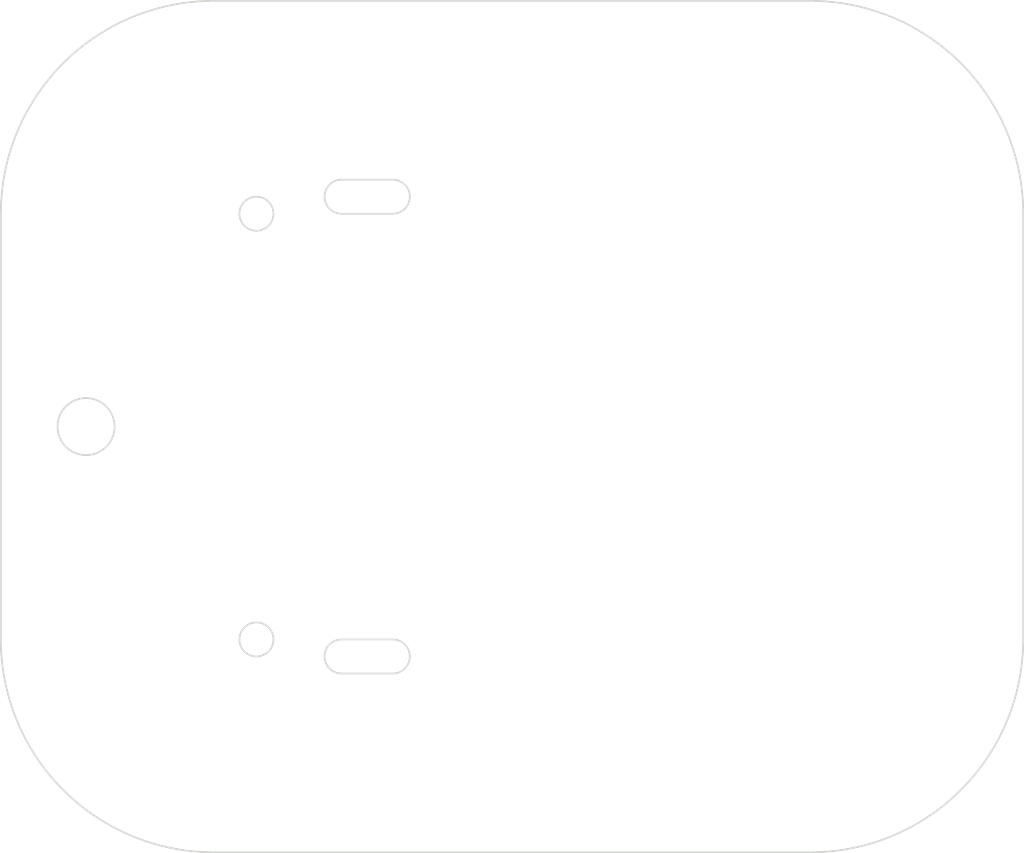
<source format=kicad_pcb>
(kicad_pcb
	(version 20241229)
	(generator "pcbnew")
	(generator_version "9.0")
	(general
		(thickness 1.6)
		(legacy_teardrops no)
	)
	(paper "A4")
	(layers
		(0 "F.Cu" signal)
		(2 "B.Cu" signal)
		(9 "F.Adhes" user "F.Adhesive")
		(11 "B.Adhes" user "B.Adhesive")
		(13 "F.Paste" user)
		(15 "B.Paste" user)
		(5 "F.SilkS" user "F.Silkscreen")
		(7 "B.SilkS" user "B.Silkscreen")
		(1 "F.Mask" user)
		(3 "B.Mask" user)
		(17 "Dwgs.User" user "User.Drawings")
		(19 "Cmts.User" user "User.Comments")
		(21 "Eco1.User" user "User.Eco1")
		(23 "Eco2.User" user "User.Eco2")
		(25 "Edge.Cuts" user)
		(27 "Margin" user)
		(31 "F.CrtYd" user "F.Courtyard")
		(29 "B.CrtYd" user "B.Courtyard")
		(35 "F.Fab" user)
		(33 "B.Fab" user)
		(39 "User.1" user)
		(41 "User.2" user)
		(43 "User.3" user)
		(45 "User.4" user)
	)
	(setup
		(pad_to_mask_clearance 0)
		(allow_soldermask_bridges_in_footprints no)
		(tenting front back)
		(pcbplotparams
			(layerselection 0x00000000_00000000_55555555_5755f5ff)
			(plot_on_all_layers_selection 0x00000000_00000000_00000000_00000000)
			(disableapertmacros no)
			(usegerberextensions no)
			(usegerberattributes yes)
			(usegerberadvancedattributes yes)
			(creategerberjobfile yes)
			(dashed_line_dash_ratio 12.000000)
			(dashed_line_gap_ratio 3.000000)
			(svgprecision 4)
			(plotframeref no)
			(mode 1)
			(useauxorigin no)
			(hpglpennumber 1)
			(hpglpenspeed 20)
			(hpglpendiameter 15.000000)
			(pdf_front_fp_property_popups yes)
			(pdf_back_fp_property_popups yes)
			(pdf_metadata yes)
			(pdf_single_document no)
			(dxfpolygonmode yes)
			(dxfimperialunits yes)
			(dxfusepcbnewfont yes)
			(psnegative no)
			(psa4output no)
			(plot_black_and_white yes)
			(sketchpadsonfab no)
			(plotpadnumbers no)
			(hidednponfab no)
			(sketchdnponfab yes)
			(crossoutdnponfab yes)
			(subtractmaskfromsilk no)
			(outputformat 1)
			(mirror no)
			(drillshape 1)
			(scaleselection 1)
			(outputdirectory "")
		)
	)
	(net 0 "")
	(gr_arc
		(start 88.39 59.449998)
		(mid 95.71233 41.77233)
		(end 113.389998 34.45)
		(stroke
			(width 0.2)
			(type default)
		)
		(layer "Edge.Cuts")
		(uuid "0762a903-9a46-4aab-ad58-1a1624d8fe5c")
	)
	(gr_arc
		(start 113.389998 134.45)
		(mid 95.71233 127.12767)
		(end 88.39 109.450001)
		(stroke
			(width 0.2)
			(type default)
		)
		(layer "Edge.Cuts")
		(uuid "0865b9d8-7853-4db4-bbf9-903df19a11cf")
	)
	(gr_arc
		(start 134.39 55.45)
		(mid 135.804213 56.035786)
		(end 136.389999 57.45)
		(stroke
			(width 0.2)
			(type default)
		)
		(layer "Edge.Cuts")
		(uuid "1afe6262-6adc-4683-9cde-e17524cde9a8")
	)
	(gr_circle
		(center 118.389999 109.450001)
		(end 120.389999 109.450001)
		(stroke
			(width 0.2)
			(type default)
		)
		(fill no)
		(layer "Edge.Cuts")
		(uuid "278541b6-cd70-4755-b5c5-c7c9306f2885")
	)
	(gr_circle
		(center 136.389999 109.45)
		(end 136.399999 109.45)
		(stroke
			(width 0.0001)
			(type default)
		)
		(fill yes)
		(layer "Edge.Cuts")
		(uuid "2f27b2b5-6499-47da-956f-480d2e837142")
	)
	(gr_circle
		(center 88.39 34.45)
		(end 88.4 34.45)
		(stroke
			(width 0.0001)
			(type default)
		)
		(fill yes)
		(layer "Edge.Cuts")
		(uuid "325388d5-b4df-44e7-9aba-97a901a8f324")
	)
	(gr_circle
		(center 136.389999 59.45)
		(end 136.399999 59.45)
		(stroke
			(width 0.0001)
			(type default)
		)
		(fill yes)
		(layer "Edge.Cuts")
		(uuid "3bf90c54-28bf-422c-82b2-20032cf86cc0")
	)
	(gr_arc
		(start 126.389999 57.45)
		(mid 126.975786 56.035787)
		(end 128.390001 55.45)
		(stroke
			(width 0.2)
			(type default)
		)
		(layer "Edge.Cuts")
		(uuid "4fe7b0e4-a06d-46cb-91fc-13f5b3e0c446")
	)
	(gr_arc
		(start 128.389997 59.45)
		(mid 126.975785 58.864214)
		(end 126.389999 57.45)
		(stroke
			(width 0.2)
			(type default)
		)
		(layer "Edge.Cuts")
		(uuid "533eb24f-6cbf-4204-9fad-881c830cf541")
	)
	(gr_circle
		(center 118.389999 59.45)
		(end 120.389999 59.45)
		(stroke
			(width 0.2)
			(type default)
		)
		(fill no)
		(layer "Edge.Cuts")
		(uuid "6f1a9c5a-a842-4f02-966b-314151070ce0")
	)
	(gr_circle
		(center 126.389999 59.45)
		(end 126.399999 59.45)
		(stroke
			(width 0.0001)
			(type default)
		)
		(fill yes)
		(layer "Edge.Cuts")
		(uuid "724ac12e-0da3-4d30-8b0b-7076a9843e18")
	)
	(gr_line
		(start 183.390002 34.45)
		(end 113.389998 34.45)
		(stroke
			(width 0.2)
			(type default)
		)
		(layer "Edge.Cuts")
		(uuid "729adf4d-3cca-4d22-bd5d-9ed39631200a")
	)
	(gr_arc
		(start 136.389999 57.45)
		(mid 135.804213 58.864214)
		(end 134.39 59.45)
		(stroke
			(width 0.2)
			(type default)
		)
		(layer "Edge.Cuts")
		(uuid "868fee29-108b-4e5a-b655-6c0213f1dc70")
	)
	(gr_circle
		(center 98.389999 84.450001)
		(end 101.739999 84.450001)
		(stroke
			(width 0.2)
			(type default)
		)
		(fill no)
		(layer "Edge.Cuts")
		(uuid "876e1dcc-a714-49c0-816f-7db2cee96897")
	)
	(gr_line
		(start 88.39 59.449998)
		(end 88.39 109.450001)
		(stroke
			(width 0.2)
			(type default)
		)
		(layer "Edge.Cuts")
		(uuid "8d7dd87f-ec01-40b2-8c6d-6ae38e708875")
	)
	(gr_line
		(start 128.389997 59.45)
		(end 134.39 59.45)
		(stroke
			(width 0.2)
			(type default)
		)
		(layer "Edge.Cuts")
		(uuid "9bd00252-947b-4521-8191-049352c8e2d9")
	)
	(gr_circle
		(center 136.389999 113.45)
		(end 136.399999 113.45)
		(stroke
			(width 0.0001)
			(type default)
		)
		(fill yes)
		(layer "Edge.Cuts")
		(uuid "a4d9c5dc-a6fd-4033-b496-d822aa83c696")
	)
	(gr_arc
		(start 134.39 109.45)
		(mid 135.804213 110.035786)
		(end 136.389999 111.45)
		(stroke
			(width 0.2)
			(type default)
		)
		(layer "Edge.Cuts")
		(uuid "a7b997b2-a422-44ee-ba86-a2db5aded18e")
	)
	(gr_circle
		(center 126.389999 113.45)
		(end 126.399999 113.45)
		(stroke
			(width 0.0001)
			(type default)
		)
		(fill yes)
		(layer "Edge.Cuts")
		(uuid "b19623f0-815e-49e9-8c09-d495ba752593")
	)
	(gr_arc
		(start 183.390002 34.45)
		(mid 201.06767 41.77233)
		(end 208.39 59.449998)
		(stroke
			(width 0.2)
			(type default)
		)
		(layer "Edge.Cuts")
		(uuid "b8dc9a35-8885-4483-a316-5ccdaf2cce58")
	)
	(gr_line
		(start 134.39 55.45)
		(end 128.390001 55.45)
		(stroke
			(width 0.2)
			(type default)
		)
		(layer "Edge.Cuts")
		(uuid "bcfeee9b-2db6-461e-a9a6-598999b94043")
	)
	(gr_line
		(start 134.39 109.45)
		(end 128.390001 109.45)
		(stroke
			(width 0.2)
			(type default)
		)
		(layer "Edge.Cuts")
		(uuid "be00d9c4-df9c-4cf5-812e-2d9d92b608e3")
	)
	(gr_circle
		(center 136.389999 55.45)
		(end 136.399999 55.45)
		(stroke
			(width 0.0001)
			(type default)
		)
		(fill yes)
		(layer "Edge.Cuts")
		(uuid "c9a7fd10-2590-411c-80a3-5274f13f3541")
	)
	(gr_line
		(start 128.389997 113.45)
		(end 134.39 113.45)
		(stroke
			(width 0.2)
			(type default)
		)
		(layer "Edge.Cuts")
		(uuid "d5386fc5-e556-4e14-be4a-1b1d031bf7d6")
	)
	(gr_circle
		(center 208.39 34.45)
		(end 208.4 34.45)
		(stroke
			(width 0.0001)
			(type default)
		)
		(fill yes)
		(layer "Edge.Cuts")
		(uuid "e1b5d771-aacb-4392-a636-318a1ef0e1a0")
	)
	(gr_arc
		(start 126.389999 111.45)
		(mid 126.975786 110.035787)
		(end 128.390001 109.45)
		(stroke
			(width 0.2)
			(type default)
		)
		(layer "Edge.Cuts")
		(uuid "e70b83a7-9fd0-4e39-bd4e-ba39a66bc613")
	)
	(gr_arc
		(start 128.389997 113.45)
		(mid 126.975785 112.864214)
		(end 126.389999 111.45)
		(stroke
			(width 0.2)
			(type default)
		)
		(layer "Edge.Cuts")
		(uuid "ed3f5f4c-5e86-43de-951c-6fdb60aa212f")
	)
	(gr_line
		(start 208.39 109.450002)
		(end 208.39 59.449998)
		(stroke
			(width 0.2)
			(type default)
		)
		(layer "Edge.Cuts")
		(uuid "f017018b-66f2-4927-ae41-54e6f9accdf5")
	)
	(gr_circle
		(center 208.39 134.45)
		(end 208.4 134.45)
		(stroke
			(width 0.0001)
			(type default)
		)
		(fill yes)
		(layer "Edge.Cuts")
		(uuid "f1ab6636-497d-4c06-8c9f-a0488ed2d72a")
	)
	(gr_line
		(start 113.389998 134.45)
		(end 183.390002 134.45)
		(stroke
			(width 0.2)
			(type default)
		)
		(layer "Edge.Cuts")
		(uuid "f2d77cfe-d48c-4823-ac52-e7c29a1af69f")
	)
	(gr_arc
		(start 208.39 109.450002)
		(mid 201.06767 127.12767)
		(end 183.390002 134.45)
		(stroke
			(width 0.2)
			(type default)
		)
		(layer "Edge.Cuts")
		(uuid "fc62736b-c6d3-4e81-844d-be74d529da81")
	)
	(gr_arc
		(start 136.389999 111.45)
		(mid 135.804213 112.864214)
		(end 134.39 113.45)
		(stroke
			(width 0.2)
			(type default)
		)
		(layer "Edge.Cuts")
		(uuid "fe694481-fb70-42d8-9d14-8c1bdea9d765")
	)
	(embedded_fonts no)
)

</source>
